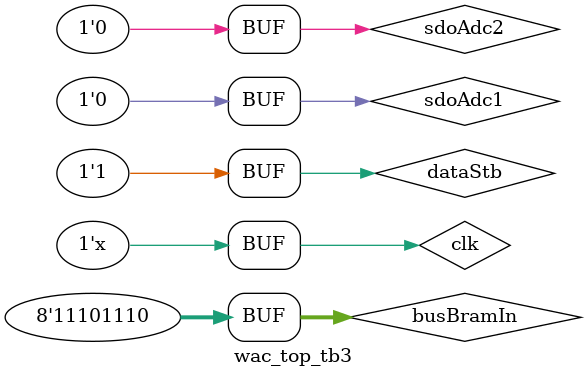
<source format=v>
`timescale 1ns / 1ps


module wac_top_tb3;

	// Inputs
	reg clk;
	reg [7:0] busBramIn;
	reg dataStb;
	reg sdoAdc1;
	reg sdoAdc2;

	// Outputs
	wire [11:0] busBramAddr;
	wire [7:0] busBramOut;
	wire syncDac;
	wire sdiDac;
	wire sclkDac;
	wire csDpot1;
	wire csDpot2;
	wire csDpot3;
	wire sdiDpot;
	wire clkDpot;
	wire [4:0] mux;
	wire [15:0] theBeanConf;
	wire stmBusy;
	wire clkAdc1;
	wire clkAdc2;
	wire csAdc1;
	wire csAdc2;

	// Instantiate the Unit Under Test (UUT)
	wac_top uut (
		.clk(clk), 
		.busBramAddr(busBramAddr), 
		.busBramIn(busBramIn), 
		.busBramOut(busBramOut), 
		.dataStb(dataStb), 
		.syncDac(syncDac), 
		.sdiDac(sdiDac), 
		.sclkDac(sclkDac), 
		.csDpot1(csDpot1), 
		.csDpot2(csDpot2), 
		.csDpot3(csDpot3), 
		.sdiDpot(sdiDpot), 
		.clkDpot(clkDpot), 
		.mux(mux), 
		.theBeanConf(theBeanConf), 
		.stmBusy(stmBusy),
		.sdoAdc1(sdoAdc1), 
		.sdoAdc2(sdoAdc2), 
		.clkAdc1(clkAdc1), 
		.clkAdc2(clkAdc2), 
		.csAdc1(csAdc1), 
		.csAdc2(csAdc2)
	);
 
	initial begin
		// Initialize Inputs
		clk = 0;
		busBramIn = 0;
		dataStb = 1;
		sdoAdc1 = 0;
		sdoAdc2 = 0;

		// Wait 100 ns for global reset to finish
		#100;
        
		// Add stimulus here

	end
always	
begin
	#5
	clk=~clk;
	end
	
always
	begin
	#20
	dataStb=0;
	#10
	dataStb=1;
	#20
	dataStb=0;
	#10
	dataStb=1;	
	#20
	dataStb=0;
	#10
	dataStb=1;
	#10;
	#300;
	end
	
always
begin
#100
busBramIn = 8'h03;
#40
busBramIn = 8'h55;
#20
busBramIn = 8'h01;
#40
#200;
#100 
busBramIn = 8'h02;
#40
busBramIn = 8'h55;
#20
busBramIn = 8'h77;
#40
#300
busBramIn = 8'h04;
#40
busBramIn = 8'h55;
#20
busBramIn = 8'hee; 
end	
endmodule


</source>
